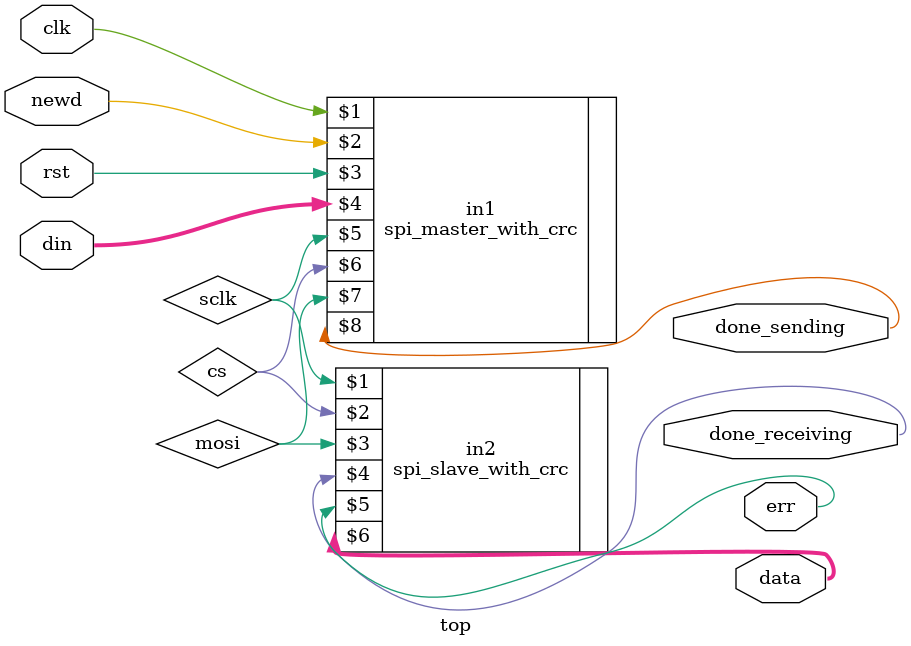
<source format=v>
 module top(input clk,rst,newd,
        input [7:0]din,
                   output reg done_sending,done_receiving,
                   output reg [7:0]data,
                   output reg err);
                   wire sclk,cs,mosi;
          spi_master_with_crc in1(clk,newd,rst,din,sclk,cs,mosi,done_sending);
          spi_slave_with_crc in2(sclk,cs,mosi,done_receiving,err,data);         
          
        endmodule

</source>
